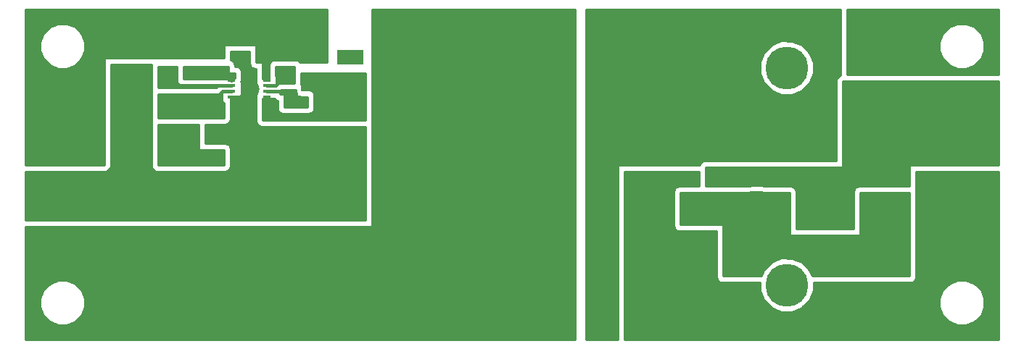
<source format=gbr>
G04 #@! TF.FileFunction,Copper,L1,Top,Signal*
%FSLAX46Y46*%
G04 Gerber Fmt 4.6, Leading zero omitted, Abs format (unit mm)*
G04 Created by KiCad (PCBNEW 4.0.4-stable) date 11/27/16 02:50:31*
%MOMM*%
%LPD*%
G01*
G04 APERTURE LIST*
%ADD10C,0.100000*%
%ADD11R,9.400000X10.800000*%
%ADD12R,4.600000X1.390000*%
%ADD13R,1.250000X1.500000*%
%ADD14R,2.230000X1.800000*%
%ADD15R,1.500000X1.250000*%
%ADD16R,3.600000X3.200000*%
%ADD17R,2.900680X5.400040*%
%ADD18R,3.048000X1.651000*%
%ADD19R,6.096000X6.096000*%
%ADD20R,1.300000X1.500000*%
%ADD21R,2.500000X2.000000*%
%ADD22R,0.890000X0.420000*%
%ADD23R,0.840000X0.940000*%
%ADD24O,2.499360X1.744980*%
%ADD25O,2.499360X1.747520*%
%ADD26C,5.000000*%
%ADD27C,2.500000*%
%ADD28R,2.500000X2.500000*%
%ADD29R,2.430000X2.370000*%
%ADD30C,1.000000*%
%ADD31C,0.400000*%
%ADD32C,0.250000*%
%ADD33C,1.000000*%
%ADD34C,0.500000*%
%ADD35C,0.254000*%
G04 APERTURE END LIST*
D10*
D11*
X141503400Y-95986600D03*
D12*
X132353400Y-98526600D03*
X132353400Y-93446600D03*
D13*
X173750000Y-93000000D03*
X173750000Y-95500000D03*
D14*
X173750000Y-102710000D03*
X173750000Y-99790000D03*
D13*
X196037200Y-85044600D03*
X196037200Y-82544600D03*
D15*
X123424000Y-81280000D03*
X120924000Y-81280000D03*
D13*
X117602000Y-83038000D03*
X117602000Y-80538000D03*
X125984000Y-83038000D03*
X125984000Y-80538000D03*
X112522000Y-90150000D03*
X112522000Y-87650000D03*
D16*
X196098600Y-91465400D03*
X187898600Y-91465400D03*
X196098600Y-99009200D03*
X187898600Y-99009200D03*
D17*
X154208480Y-85953600D03*
X164109400Y-85953600D03*
D18*
X133604000Y-81280000D03*
D19*
X139954000Y-83566000D03*
D18*
X133604000Y-85852000D03*
D20*
X177000000Y-95400000D03*
X177000000Y-98100000D03*
X196011800Y-105914200D03*
X196011800Y-108614200D03*
X112522000Y-80438000D03*
X112522000Y-83138000D03*
D21*
X129159000Y-80296000D03*
X129159000Y-84296000D03*
D20*
X115062000Y-80438000D03*
X115062000Y-83138000D03*
X115062000Y-90250000D03*
X115062000Y-87550000D03*
X117602000Y-87550000D03*
X117602000Y-90250000D03*
D22*
X119688000Y-83988000D03*
X119688000Y-84638000D03*
X119688000Y-85288000D03*
X119688000Y-85938000D03*
X123898000Y-85938000D03*
X123898000Y-85288000D03*
X123898000Y-84638000D03*
X123898000Y-83988000D03*
D23*
X122213000Y-85433000D03*
X122213000Y-84493000D03*
X121373000Y-85433000D03*
X121373000Y-84493000D03*
D24*
X181051200Y-97764600D03*
D25*
X181051200Y-95224600D03*
X181051200Y-92684600D03*
D26*
X184543700Y-107924600D03*
X184543700Y-82524600D03*
D27*
X100457000Y-91770200D03*
D28*
X100457000Y-96770200D03*
D27*
X163004500Y-107797600D03*
D28*
X168004500Y-107797600D03*
X204368400Y-96774000D03*
D27*
X204368400Y-91774000D03*
D29*
X108000000Y-85120000D03*
X108000000Y-78880000D03*
X169000000Y-97120000D03*
X169000000Y-90880000D03*
D30*
X163000000Y-100000000D03*
X163000000Y-102000000D03*
X163000000Y-104000000D03*
X115000000Y-93000000D03*
X113500000Y-93000000D03*
X112000000Y-93000000D03*
X199000000Y-80000000D03*
X199000000Y-78000000D03*
X201000000Y-78000000D03*
X201000000Y-80000000D03*
X172000000Y-110000000D03*
X174000000Y-110000000D03*
X174000000Y-108000000D03*
X172000000Y-108000000D03*
X128000000Y-96000000D03*
X126000000Y-96000000D03*
X126000000Y-94000000D03*
X128000000Y-94000000D03*
X107000000Y-96000000D03*
X109000000Y-96000000D03*
X109000000Y-98000000D03*
X107000000Y-98000000D03*
X149000000Y-78000000D03*
X149000000Y-80000000D03*
X149000000Y-82000000D03*
X149000000Y-84000000D03*
X149000000Y-86000000D03*
X149000000Y-88000000D03*
X149000000Y-90000000D03*
X149000000Y-92000000D03*
X149000000Y-94000000D03*
X149000000Y-96000000D03*
X149000000Y-98000000D03*
X149000000Y-100000000D03*
X149000000Y-102000000D03*
X149000000Y-104000000D03*
X147000000Y-104000000D03*
X145000000Y-104000000D03*
X143000000Y-104000000D03*
X141000000Y-104000000D03*
X139000000Y-104000000D03*
X137000000Y-104000000D03*
X137000000Y-102000000D03*
X139000000Y-102000000D03*
X141000000Y-102000000D03*
X143000000Y-102000000D03*
X145000000Y-102000000D03*
X147000000Y-88000000D03*
X147000000Y-86000000D03*
X147000000Y-84000000D03*
X147000000Y-82000000D03*
X147000000Y-80000000D03*
X147000000Y-78000000D03*
X137000000Y-78000000D03*
X139000000Y-78000000D03*
X141000000Y-78000000D03*
X143000000Y-78000000D03*
X145000000Y-78000000D03*
X145000000Y-80000000D03*
X145000000Y-82000000D03*
X145000000Y-84000000D03*
X145000000Y-86000000D03*
X145000000Y-88000000D03*
X143000000Y-88000000D03*
X141000000Y-88000000D03*
X139000000Y-88000000D03*
X137000000Y-88000000D03*
X147000000Y-102000000D03*
X147000000Y-100000000D03*
X147000000Y-98000000D03*
X147000000Y-96000000D03*
X147000000Y-94000000D03*
X147000000Y-92000000D03*
X147000000Y-90000000D03*
X145000000Y-90000000D03*
X143000000Y-90000000D03*
X140991000Y-90000000D03*
X139000000Y-90000000D03*
X137000000Y-90000000D03*
X128000000Y-86500000D03*
X126500000Y-86500000D03*
X132969000Y-81280000D03*
X134366000Y-81280000D03*
D31*
X115062000Y-90250000D02*
X112622000Y-90250000D01*
D32*
X163000000Y-104000000D02*
X163000000Y-102000000D01*
D33*
X112412000Y-93000000D02*
X112000000Y-93000000D01*
X115062000Y-90350000D02*
X112412000Y-93000000D01*
X115062000Y-90250000D02*
X115062000Y-90350000D01*
D31*
X112622000Y-90250000D02*
X112522000Y-90150000D01*
D32*
X122000000Y-85220000D02*
X122000000Y-85000000D01*
X122213000Y-85433000D02*
X122000000Y-85220000D01*
X199000000Y-78000000D02*
X199000000Y-80000000D01*
X201000000Y-80000000D02*
X201000000Y-78000000D01*
X174000000Y-108000000D02*
X174000000Y-110000000D01*
X168004500Y-107797600D02*
X171797600Y-107797600D01*
X171797600Y-107797600D02*
X172000000Y-108000000D01*
X126000000Y-94000000D02*
X126000000Y-96000000D01*
X132334000Y-93853000D02*
X128147000Y-93853000D01*
X128147000Y-93853000D02*
X128000000Y-94000000D01*
X109000000Y-98000000D02*
X109000000Y-96000000D01*
X104979801Y-98020199D02*
X105000000Y-98000000D01*
X105000000Y-98000000D02*
X107000000Y-98000000D01*
X100457000Y-96770200D02*
X101706999Y-98020199D01*
X101706999Y-98020199D02*
X104979801Y-98020199D01*
D31*
X121373000Y-85433000D02*
X121373000Y-85764000D01*
X121373000Y-85764000D02*
X121199000Y-85938000D01*
X121199000Y-85938000D02*
X119688000Y-85938000D01*
D33*
X196204000Y-99234000D02*
X196124000Y-99314000D01*
X196806000Y-92376000D02*
X196124000Y-91694000D01*
X203608000Y-92376000D02*
X203708000Y-92476000D01*
D32*
X123898000Y-83988000D02*
X123898000Y-81754000D01*
X123898000Y-81754000D02*
X123424000Y-81280000D01*
D31*
X129159000Y-80296000D02*
X126226000Y-80296000D01*
X126226000Y-80296000D02*
X125984000Y-80538000D01*
X117502000Y-80438000D02*
X117602000Y-80538000D01*
X112412000Y-80328000D02*
X112522000Y-80438000D01*
D33*
X115062000Y-83138000D02*
X117502000Y-83138000D01*
D31*
X119688000Y-83988000D02*
X119688000Y-83493000D01*
X119253000Y-83058000D02*
X117622000Y-83058000D01*
X119688000Y-83493000D02*
X119253000Y-83058000D01*
D33*
X117502000Y-83138000D02*
X117602000Y-83038000D01*
D31*
X117622000Y-83058000D02*
X117602000Y-83038000D01*
X123898000Y-84638000D02*
X124862000Y-84638000D01*
X124862000Y-84638000D02*
X126000000Y-83500000D01*
X126000000Y-83500000D02*
X125984000Y-83484000D01*
X125984000Y-83484000D02*
X125984000Y-83038000D01*
X119688000Y-85288000D02*
X118712000Y-85288000D01*
X117602000Y-86398000D02*
X117602000Y-87550000D01*
X118712000Y-85288000D02*
X117602000Y-86398000D01*
X117602000Y-87550000D02*
X115062000Y-87550000D01*
X115062000Y-87550000D02*
X112622000Y-87550000D01*
X112622000Y-87550000D02*
X112522000Y-87650000D01*
D34*
X141000000Y-88000000D02*
X141000000Y-84612000D01*
X141000000Y-84612000D02*
X139954000Y-83566000D01*
X149000000Y-80000000D02*
X149000000Y-78000000D01*
X149000000Y-84000000D02*
X149000000Y-82000000D01*
X149000000Y-88000000D02*
X149000000Y-86000000D01*
X149000000Y-92000000D02*
X149000000Y-90000000D01*
X149000000Y-96000000D02*
X149000000Y-94000000D01*
X149000000Y-98000000D02*
X149000000Y-96000000D01*
X149000000Y-102000000D02*
X149000000Y-100000000D01*
X145000000Y-104000000D02*
X147000000Y-104000000D01*
X141000000Y-104000000D02*
X143000000Y-104000000D01*
X137000000Y-104000000D02*
X139000000Y-104000000D01*
X139000000Y-102000000D02*
X137000000Y-102000000D01*
X143000000Y-102000000D02*
X141000000Y-102000000D01*
X147000000Y-102000000D02*
X145000000Y-102000000D01*
X147000000Y-88000000D02*
X145000000Y-88000000D01*
X147000000Y-84000000D02*
X147000000Y-86000000D01*
X147000000Y-80000000D02*
X147000000Y-82000000D01*
X141000000Y-78000000D02*
X139000000Y-78000000D01*
X145000000Y-78000000D02*
X143000000Y-78000000D01*
X145000000Y-82000000D02*
X145000000Y-80000000D01*
X145000000Y-86000000D02*
X145000000Y-84000000D01*
X143000000Y-88000000D02*
X145000000Y-88000000D01*
X139000000Y-88000000D02*
X141000000Y-88000000D01*
X137000000Y-90000000D02*
X137000000Y-88000000D01*
X147000000Y-98000000D02*
X147000000Y-100000000D01*
X147000000Y-94000000D02*
X147000000Y-96000000D01*
X147000000Y-90000000D02*
X147000000Y-92000000D01*
X143000000Y-90000000D02*
X145000000Y-90000000D01*
X140991000Y-90000000D02*
X139000000Y-90000000D01*
X139000000Y-90000000D02*
X137000000Y-90000000D01*
X141484000Y-96393000D02*
X141484000Y-90493000D01*
X141484000Y-90493000D02*
X140991000Y-90000000D01*
X139999992Y-84000000D02*
X140000000Y-83999992D01*
X138000000Y-84000000D02*
X139999992Y-84000000D01*
X140000000Y-84000000D02*
X138000000Y-84000000D01*
X138000000Y-86000000D02*
X140000000Y-84000000D01*
X140000000Y-86000000D02*
X138000000Y-86000000D01*
X141999994Y-86000000D02*
X140000000Y-86000000D01*
X142000000Y-85999994D02*
X141999994Y-86000000D01*
X142000000Y-84000000D02*
X142000000Y-85999994D01*
X141292894Y-84000000D02*
X142000000Y-84000000D01*
X138000000Y-82000000D02*
X140000000Y-84000000D01*
X140000000Y-84000000D02*
X141292894Y-84000000D01*
X140000000Y-82000000D02*
X138000000Y-82000000D01*
X140000010Y-81999990D02*
X140000000Y-82000000D01*
X142000000Y-81999990D02*
X140000010Y-81999990D01*
D31*
X140499999Y-84499999D02*
X142000000Y-82999998D01*
D34*
X142000010Y-82000000D02*
X142000000Y-81999990D01*
D31*
X142000000Y-82707096D02*
X142000000Y-81999990D01*
X141230000Y-85230000D02*
X140499999Y-84499999D01*
X142000000Y-86000000D02*
X140499999Y-84499999D01*
X142000000Y-82999998D02*
X142000000Y-82707096D01*
D34*
X154000000Y-88000000D02*
X153799540Y-87799540D01*
X154000000Y-84000000D02*
X153799540Y-84200460D01*
X140000000Y-100000000D02*
X138000000Y-100000000D01*
X144000000Y-100000000D02*
X142000000Y-100000000D01*
X140000000Y-98000000D02*
X142000000Y-98000000D01*
X138000000Y-96000000D02*
X138000000Y-98000000D01*
X142000000Y-96000000D02*
X140000000Y-96000000D01*
X140000000Y-94000000D02*
X142000000Y-94000000D01*
X142000000Y-92000000D02*
X140000000Y-92000000D01*
D31*
X123898000Y-85288000D02*
X125538000Y-85288000D01*
X125538000Y-85288000D02*
X126500000Y-86250000D01*
X126500000Y-86250000D02*
X126500000Y-86500000D01*
X126500000Y-86500000D02*
X128000000Y-86500000D01*
X132842000Y-81280000D02*
X134366000Y-81280000D01*
D32*
X123898000Y-85938000D02*
X123898000Y-86398000D01*
X131775200Y-85852000D02*
X133604000Y-85852000D01*
X129438400Y-88188800D02*
X131775200Y-85852000D01*
X125688800Y-88188800D02*
X129438400Y-88188800D01*
X123898000Y-86398000D02*
X125688800Y-88188800D01*
D31*
X129159000Y-84296000D02*
X129750000Y-84887000D01*
X129159000Y-84677000D02*
X129032000Y-84550000D01*
X119688000Y-84638000D02*
X113388000Y-84638000D01*
X113388000Y-84638000D02*
X112522000Y-83772000D01*
X112522000Y-83772000D02*
X112522000Y-83138000D01*
D35*
G36*
X174365000Y-96365000D02*
X172000000Y-96365000D01*
X171769205Y-96408427D01*
X171557233Y-96544827D01*
X171415029Y-96752949D01*
X171365000Y-97000000D01*
X171365000Y-101000000D01*
X171408427Y-101230795D01*
X171544827Y-101442767D01*
X171752949Y-101584971D01*
X172000000Y-101635000D01*
X176365000Y-101635000D01*
X176365000Y-107000000D01*
X176408427Y-107230795D01*
X176544827Y-107442767D01*
X176752949Y-107584971D01*
X177000000Y-107635000D01*
X181408952Y-107635000D01*
X181408157Y-108545454D01*
X181884427Y-109698115D01*
X182765547Y-110580774D01*
X183917374Y-111059054D01*
X185164554Y-111060143D01*
X186317215Y-110583873D01*
X186380949Y-110520250D01*
X202372545Y-110520250D01*
X202771639Y-111486132D01*
X203509981Y-112225764D01*
X204475165Y-112626543D01*
X205520250Y-112627455D01*
X206486132Y-112228361D01*
X207225764Y-111490019D01*
X207626543Y-110524835D01*
X207627455Y-109479750D01*
X207228361Y-108513868D01*
X206490019Y-107774236D01*
X205524835Y-107373457D01*
X204479750Y-107372545D01*
X203513868Y-107771639D01*
X202774236Y-108509981D01*
X202373457Y-109475165D01*
X202372545Y-110520250D01*
X186380949Y-110520250D01*
X187199874Y-109702753D01*
X187678154Y-108550926D01*
X187678954Y-107635000D01*
X199000000Y-107635000D01*
X199230795Y-107591573D01*
X199442767Y-107455173D01*
X199584971Y-107247051D01*
X199635000Y-107000000D01*
X199635000Y-94635000D01*
X209315000Y-94635000D01*
X209315000Y-114315000D01*
X165635000Y-114315000D01*
X165635000Y-94635000D01*
X174365000Y-94635000D01*
X174365000Y-96365000D01*
X174365000Y-96365000D01*
G37*
X174365000Y-96365000D02*
X172000000Y-96365000D01*
X171769205Y-96408427D01*
X171557233Y-96544827D01*
X171415029Y-96752949D01*
X171365000Y-97000000D01*
X171365000Y-101000000D01*
X171408427Y-101230795D01*
X171544827Y-101442767D01*
X171752949Y-101584971D01*
X172000000Y-101635000D01*
X176365000Y-101635000D01*
X176365000Y-107000000D01*
X176408427Y-107230795D01*
X176544827Y-107442767D01*
X176752949Y-107584971D01*
X177000000Y-107635000D01*
X181408952Y-107635000D01*
X181408157Y-108545454D01*
X181884427Y-109698115D01*
X182765547Y-110580774D01*
X183917374Y-111059054D01*
X185164554Y-111060143D01*
X186317215Y-110583873D01*
X186380949Y-110520250D01*
X202372545Y-110520250D01*
X202771639Y-111486132D01*
X203509981Y-112225764D01*
X204475165Y-112626543D01*
X205520250Y-112627455D01*
X206486132Y-112228361D01*
X207225764Y-111490019D01*
X207626543Y-110524835D01*
X207627455Y-109479750D01*
X207228361Y-108513868D01*
X206490019Y-107774236D01*
X205524835Y-107373457D01*
X204479750Y-107372545D01*
X203513868Y-107771639D01*
X202774236Y-108509981D01*
X202373457Y-109475165D01*
X202372545Y-110520250D01*
X186380949Y-110520250D01*
X187199874Y-109702753D01*
X187678154Y-108550926D01*
X187678954Y-107635000D01*
X199000000Y-107635000D01*
X199230795Y-107591573D01*
X199442767Y-107455173D01*
X199584971Y-107247051D01*
X199635000Y-107000000D01*
X199635000Y-94635000D01*
X209315000Y-94635000D01*
X209315000Y-114315000D01*
X165635000Y-114315000D01*
X165635000Y-94635000D01*
X174365000Y-94635000D01*
X174365000Y-96365000D01*
G36*
X121865000Y-82000000D02*
X121908427Y-82230795D01*
X122044827Y-82442767D01*
X122252949Y-82584971D01*
X122500000Y-82635000D01*
X122615000Y-82635000D01*
X122615000Y-84250000D01*
X122658427Y-84480795D01*
X122794827Y-84692767D01*
X122805560Y-84700101D01*
X122805560Y-84848000D01*
X122827993Y-84967222D01*
X122805560Y-85078000D01*
X122805560Y-85297276D01*
X122665029Y-85502949D01*
X122615000Y-85750000D01*
X122615000Y-88750000D01*
X122658427Y-88980795D01*
X122794827Y-89192767D01*
X123002949Y-89334971D01*
X123250000Y-89385000D01*
X135365000Y-89385000D01*
X135365000Y-100365000D01*
X95685000Y-100365000D01*
X95685000Y-94635000D01*
X105000000Y-94635000D01*
X105230795Y-94591573D01*
X105442767Y-94455173D01*
X105584971Y-94247051D01*
X105635000Y-94000000D01*
X105635000Y-82135000D01*
X110388288Y-82135000D01*
X110365000Y-82250000D01*
X110365000Y-88500000D01*
X110408427Y-88730795D01*
X110418971Y-88747180D01*
X110415029Y-88752949D01*
X110365000Y-89000000D01*
X110365000Y-94000000D01*
X110408427Y-94230795D01*
X110544827Y-94442767D01*
X110752949Y-94584971D01*
X111000000Y-94635000D01*
X119000000Y-94635000D01*
X119230795Y-94591573D01*
X119442767Y-94455173D01*
X119584971Y-94247051D01*
X119635000Y-94000000D01*
X119635000Y-92000000D01*
X119591573Y-91769205D01*
X119455173Y-91557233D01*
X119247051Y-91415029D01*
X119000000Y-91365000D01*
X116635000Y-91365000D01*
X116635000Y-89135000D01*
X119000000Y-89135000D01*
X119230795Y-89091573D01*
X119442767Y-88955173D01*
X119584971Y-88747051D01*
X119635000Y-88500000D01*
X119635000Y-86145440D01*
X120133000Y-86145440D01*
X120188484Y-86135000D01*
X120250000Y-86135000D01*
X120480795Y-86091573D01*
X120692767Y-85955173D01*
X120834971Y-85747051D01*
X120885000Y-85500000D01*
X120885000Y-84250000D01*
X120860616Y-84120411D01*
X120885000Y-84000000D01*
X120885000Y-83000000D01*
X120841573Y-82769205D01*
X120705173Y-82557233D01*
X120497051Y-82415029D01*
X120250000Y-82365000D01*
X120135000Y-82365000D01*
X120135000Y-82250000D01*
X120091573Y-82019205D01*
X119955173Y-81807233D01*
X119747051Y-81665029D01*
X119607311Y-81636731D01*
X119635000Y-81500000D01*
X119635000Y-80635000D01*
X121865000Y-80635000D01*
X121865000Y-82000000D01*
X121865000Y-82000000D01*
G37*
X121865000Y-82000000D02*
X121908427Y-82230795D01*
X122044827Y-82442767D01*
X122252949Y-82584971D01*
X122500000Y-82635000D01*
X122615000Y-82635000D01*
X122615000Y-84250000D01*
X122658427Y-84480795D01*
X122794827Y-84692767D01*
X122805560Y-84700101D01*
X122805560Y-84848000D01*
X122827993Y-84967222D01*
X122805560Y-85078000D01*
X122805560Y-85297276D01*
X122665029Y-85502949D01*
X122615000Y-85750000D01*
X122615000Y-88750000D01*
X122658427Y-88980795D01*
X122794827Y-89192767D01*
X123002949Y-89334971D01*
X123250000Y-89385000D01*
X135365000Y-89385000D01*
X135365000Y-100365000D01*
X95685000Y-100365000D01*
X95685000Y-94635000D01*
X105000000Y-94635000D01*
X105230795Y-94591573D01*
X105442767Y-94455173D01*
X105584971Y-94247051D01*
X105635000Y-94000000D01*
X105635000Y-82135000D01*
X110388288Y-82135000D01*
X110365000Y-82250000D01*
X110365000Y-88500000D01*
X110408427Y-88730795D01*
X110418971Y-88747180D01*
X110415029Y-88752949D01*
X110365000Y-89000000D01*
X110365000Y-94000000D01*
X110408427Y-94230795D01*
X110544827Y-94442767D01*
X110752949Y-94584971D01*
X111000000Y-94635000D01*
X119000000Y-94635000D01*
X119230795Y-94591573D01*
X119442767Y-94455173D01*
X119584971Y-94247051D01*
X119635000Y-94000000D01*
X119635000Y-92000000D01*
X119591573Y-91769205D01*
X119455173Y-91557233D01*
X119247051Y-91415029D01*
X119000000Y-91365000D01*
X116635000Y-91365000D01*
X116635000Y-89135000D01*
X119000000Y-89135000D01*
X119230795Y-89091573D01*
X119442767Y-88955173D01*
X119584971Y-88747051D01*
X119635000Y-88500000D01*
X119635000Y-86145440D01*
X120133000Y-86145440D01*
X120188484Y-86135000D01*
X120250000Y-86135000D01*
X120480795Y-86091573D01*
X120692767Y-85955173D01*
X120834971Y-85747051D01*
X120885000Y-85500000D01*
X120885000Y-84250000D01*
X120860616Y-84120411D01*
X120885000Y-84000000D01*
X120885000Y-83000000D01*
X120841573Y-82769205D01*
X120705173Y-82557233D01*
X120497051Y-82415029D01*
X120250000Y-82365000D01*
X120135000Y-82365000D01*
X120135000Y-82250000D01*
X120091573Y-82019205D01*
X119955173Y-81807233D01*
X119747051Y-81665029D01*
X119607311Y-81636731D01*
X119635000Y-81500000D01*
X119635000Y-80635000D01*
X121865000Y-80635000D01*
X121865000Y-82000000D01*
G36*
X209315000Y-83365000D02*
X191635000Y-83365000D01*
X191635000Y-80520250D01*
X202372545Y-80520250D01*
X202771639Y-81486132D01*
X203509981Y-82225764D01*
X204475165Y-82626543D01*
X205520250Y-82627455D01*
X206486132Y-82228361D01*
X207225764Y-81490019D01*
X207626543Y-80524835D01*
X207627455Y-79479750D01*
X207228361Y-78513868D01*
X206490019Y-77774236D01*
X205524835Y-77373457D01*
X204479750Y-77372545D01*
X203513868Y-77771639D01*
X202774236Y-78509981D01*
X202373457Y-79475165D01*
X202372545Y-80520250D01*
X191635000Y-80520250D01*
X191635000Y-75685000D01*
X209315000Y-75685000D01*
X209315000Y-83365000D01*
X209315000Y-83365000D01*
G37*
X209315000Y-83365000D02*
X191635000Y-83365000D01*
X191635000Y-80520250D01*
X202372545Y-80520250D01*
X202771639Y-81486132D01*
X203509981Y-82225764D01*
X204475165Y-82626543D01*
X205520250Y-82627455D01*
X206486132Y-82228361D01*
X207225764Y-81490019D01*
X207626543Y-80524835D01*
X207627455Y-79479750D01*
X207228361Y-78513868D01*
X206490019Y-77774236D01*
X205524835Y-77373457D01*
X204479750Y-77372545D01*
X203513868Y-77771639D01*
X202774236Y-78509981D01*
X202373457Y-79475165D01*
X202372545Y-80520250D01*
X191635000Y-80520250D01*
X191635000Y-75685000D01*
X209315000Y-75685000D01*
X209315000Y-83365000D01*
G36*
X159873000Y-114315000D02*
X95685000Y-114315000D01*
X95685000Y-110520250D01*
X97372545Y-110520250D01*
X97771639Y-111486132D01*
X98509981Y-112225764D01*
X99475165Y-112626543D01*
X100520250Y-112627455D01*
X101486132Y-112228361D01*
X102225764Y-111490019D01*
X102626543Y-110524835D01*
X102627455Y-109479750D01*
X102228361Y-108513868D01*
X101490019Y-107774236D01*
X100524835Y-107373457D01*
X99479750Y-107372545D01*
X98513868Y-107771639D01*
X97774236Y-108509981D01*
X97373457Y-109475165D01*
X97372545Y-110520250D01*
X95685000Y-110520250D01*
X95685000Y-101127000D01*
X136000000Y-101127000D01*
X136049410Y-101116994D01*
X136091035Y-101088553D01*
X136118315Y-101046159D01*
X136127000Y-101000000D01*
X136127000Y-88789505D01*
X136135000Y-88750000D01*
X136135000Y-83000000D01*
X136127000Y-82957484D01*
X136127000Y-75685000D01*
X159873000Y-75685000D01*
X159873000Y-114315000D01*
X159873000Y-114315000D01*
G37*
X159873000Y-114315000D02*
X95685000Y-114315000D01*
X95685000Y-110520250D01*
X97372545Y-110520250D01*
X97771639Y-111486132D01*
X98509981Y-112225764D01*
X99475165Y-112626543D01*
X100520250Y-112627455D01*
X101486132Y-112228361D01*
X102225764Y-111490019D01*
X102626543Y-110524835D01*
X102627455Y-109479750D01*
X102228361Y-108513868D01*
X101490019Y-107774236D01*
X100524835Y-107373457D01*
X99479750Y-107372545D01*
X98513868Y-107771639D01*
X97774236Y-108509981D01*
X97373457Y-109475165D01*
X97372545Y-110520250D01*
X95685000Y-110520250D01*
X95685000Y-101127000D01*
X136000000Y-101127000D01*
X136049410Y-101116994D01*
X136091035Y-101088553D01*
X136118315Y-101046159D01*
X136127000Y-101000000D01*
X136127000Y-88789505D01*
X136135000Y-88750000D01*
X136135000Y-83000000D01*
X136127000Y-82957484D01*
X136127000Y-75685000D01*
X159873000Y-75685000D01*
X159873000Y-114315000D01*
G36*
X130873000Y-81873000D02*
X127747493Y-81873000D01*
X127705173Y-81807233D01*
X127497051Y-81665029D01*
X127250000Y-81615000D01*
X124750000Y-81615000D01*
X124519205Y-81658427D01*
X124307233Y-81794827D01*
X124165029Y-82002949D01*
X124115000Y-82250000D01*
X124115000Y-83780560D01*
X123453000Y-83780560D01*
X123377000Y-83794860D01*
X123377000Y-82000000D01*
X123366994Y-81950590D01*
X123338553Y-81908965D01*
X123296159Y-81881685D01*
X123250000Y-81873000D01*
X122627000Y-81873000D01*
X122627000Y-80000000D01*
X122616994Y-79950590D01*
X122588553Y-79908965D01*
X122546159Y-79881685D01*
X122500000Y-79873000D01*
X119000000Y-79873000D01*
X118950590Y-79883006D01*
X118908965Y-79911447D01*
X118881685Y-79953841D01*
X118873000Y-80000000D01*
X118873000Y-81373000D01*
X105000000Y-81373000D01*
X104950590Y-81383006D01*
X104908965Y-81411447D01*
X104881685Y-81453841D01*
X104873000Y-81500000D01*
X104873000Y-93873000D01*
X95685000Y-93873000D01*
X95685000Y-80520250D01*
X97372545Y-80520250D01*
X97771639Y-81486132D01*
X98509981Y-82225764D01*
X99475165Y-82626543D01*
X100520250Y-82627455D01*
X101486132Y-82228361D01*
X102225764Y-81490019D01*
X102626543Y-80524835D01*
X102627455Y-79479750D01*
X102228361Y-78513868D01*
X101490019Y-77774236D01*
X100524835Y-77373457D01*
X99479750Y-77372545D01*
X98513868Y-77771639D01*
X97774236Y-78509981D01*
X97373457Y-79475165D01*
X97372545Y-80520250D01*
X95685000Y-80520250D01*
X95685000Y-75685000D01*
X130873000Y-75685000D01*
X130873000Y-81873000D01*
X130873000Y-81873000D01*
G37*
X130873000Y-81873000D02*
X127747493Y-81873000D01*
X127705173Y-81807233D01*
X127497051Y-81665029D01*
X127250000Y-81615000D01*
X124750000Y-81615000D01*
X124519205Y-81658427D01*
X124307233Y-81794827D01*
X124165029Y-82002949D01*
X124115000Y-82250000D01*
X124115000Y-83780560D01*
X123453000Y-83780560D01*
X123377000Y-83794860D01*
X123377000Y-82000000D01*
X123366994Y-81950590D01*
X123338553Y-81908965D01*
X123296159Y-81881685D01*
X123250000Y-81873000D01*
X122627000Y-81873000D01*
X122627000Y-80000000D01*
X122616994Y-79950590D01*
X122588553Y-79908965D01*
X122546159Y-79881685D01*
X122500000Y-79873000D01*
X119000000Y-79873000D01*
X118950590Y-79883006D01*
X118908965Y-79911447D01*
X118881685Y-79953841D01*
X118873000Y-80000000D01*
X118873000Y-81373000D01*
X105000000Y-81373000D01*
X104950590Y-81383006D01*
X104908965Y-81411447D01*
X104881685Y-81453841D01*
X104873000Y-81500000D01*
X104873000Y-93873000D01*
X95685000Y-93873000D01*
X95685000Y-80520250D01*
X97372545Y-80520250D01*
X97771639Y-81486132D01*
X98509981Y-82225764D01*
X99475165Y-82626543D01*
X100520250Y-82627455D01*
X101486132Y-82228361D01*
X102225764Y-81490019D01*
X102626543Y-80524835D01*
X102627455Y-79479750D01*
X102228361Y-78513868D01*
X101490019Y-77774236D01*
X100524835Y-77373457D01*
X99479750Y-77372545D01*
X98513868Y-77771639D01*
X97774236Y-78509981D01*
X97373457Y-79475165D01*
X97372545Y-80520250D01*
X95685000Y-80520250D01*
X95685000Y-75685000D01*
X130873000Y-75685000D01*
X130873000Y-81873000D01*
G36*
X190873000Y-83388897D02*
X190769205Y-83408427D01*
X190557233Y-83544827D01*
X190415029Y-83752949D01*
X190365000Y-84000000D01*
X190365000Y-93365000D01*
X175000000Y-93365000D01*
X174769205Y-93408427D01*
X174557233Y-93544827D01*
X174415029Y-93752949D01*
X174390718Y-93873000D01*
X165000000Y-93873000D01*
X164950590Y-93883006D01*
X164908965Y-93911447D01*
X164881685Y-93953841D01*
X164873000Y-94000000D01*
X164873000Y-114315000D01*
X161127000Y-114315000D01*
X161127000Y-83145454D01*
X181408157Y-83145454D01*
X181884427Y-84298115D01*
X182765547Y-85180774D01*
X183917374Y-85659054D01*
X185164554Y-85660143D01*
X186317215Y-85183873D01*
X187199874Y-84302753D01*
X187678154Y-83150926D01*
X187679243Y-81903746D01*
X187202973Y-80751085D01*
X186321853Y-79868426D01*
X185170026Y-79390146D01*
X183922846Y-79389057D01*
X182770185Y-79865327D01*
X181887526Y-80746447D01*
X181409246Y-81898274D01*
X181408157Y-83145454D01*
X161127000Y-83145454D01*
X161127000Y-75685000D01*
X190873000Y-75685000D01*
X190873000Y-83388897D01*
X190873000Y-83388897D01*
G37*
X190873000Y-83388897D02*
X190769205Y-83408427D01*
X190557233Y-83544827D01*
X190415029Y-83752949D01*
X190365000Y-84000000D01*
X190365000Y-93365000D01*
X175000000Y-93365000D01*
X174769205Y-93408427D01*
X174557233Y-93544827D01*
X174415029Y-93752949D01*
X174390718Y-93873000D01*
X165000000Y-93873000D01*
X164950590Y-93883006D01*
X164908965Y-93911447D01*
X164881685Y-93953841D01*
X164873000Y-94000000D01*
X164873000Y-114315000D01*
X161127000Y-114315000D01*
X161127000Y-83145454D01*
X181408157Y-83145454D01*
X181884427Y-84298115D01*
X182765547Y-85180774D01*
X183917374Y-85659054D01*
X185164554Y-85660143D01*
X186317215Y-85183873D01*
X187199874Y-84302753D01*
X187678154Y-83150926D01*
X187679243Y-81903746D01*
X187202973Y-80751085D01*
X186321853Y-79868426D01*
X185170026Y-79390146D01*
X183922846Y-79389057D01*
X182770185Y-79865327D01*
X181887526Y-80746447D01*
X181409246Y-81898274D01*
X181408157Y-83145454D01*
X161127000Y-83145454D01*
X161127000Y-75685000D01*
X190873000Y-75685000D01*
X190873000Y-83388897D01*
G36*
X209315000Y-93873000D02*
X199000000Y-93873000D01*
X198950590Y-93883006D01*
X198908965Y-93911447D01*
X198881685Y-93953841D01*
X198873000Y-94000000D01*
X198873000Y-96365000D01*
X193000000Y-96365000D01*
X192769205Y-96408427D01*
X192557233Y-96544827D01*
X192415029Y-96752949D01*
X192365000Y-97000000D01*
X192365000Y-101365000D01*
X185635000Y-101365000D01*
X185635000Y-97000000D01*
X185591573Y-96769205D01*
X185455173Y-96557233D01*
X185247051Y-96415029D01*
X185000000Y-96365000D01*
X182007711Y-96365000D01*
X181465313Y-96257110D01*
X180637087Y-96257110D01*
X180094689Y-96365000D01*
X175127000Y-96365000D01*
X175127000Y-94127000D01*
X180304744Y-94127000D01*
X180638357Y-94193360D01*
X181464043Y-94193360D01*
X181797656Y-94127000D01*
X191000000Y-94127000D01*
X191049410Y-94116994D01*
X191091035Y-94088553D01*
X191118315Y-94046159D01*
X191127000Y-94000000D01*
X191127000Y-84127000D01*
X209315000Y-84127000D01*
X209315000Y-93873000D01*
X209315000Y-93873000D01*
G37*
X209315000Y-93873000D02*
X199000000Y-93873000D01*
X198950590Y-93883006D01*
X198908965Y-93911447D01*
X198881685Y-93953841D01*
X198873000Y-94000000D01*
X198873000Y-96365000D01*
X193000000Y-96365000D01*
X192769205Y-96408427D01*
X192557233Y-96544827D01*
X192415029Y-96752949D01*
X192365000Y-97000000D01*
X192365000Y-101365000D01*
X185635000Y-101365000D01*
X185635000Y-97000000D01*
X185591573Y-96769205D01*
X185455173Y-96557233D01*
X185247051Y-96415029D01*
X185000000Y-96365000D01*
X182007711Y-96365000D01*
X181465313Y-96257110D01*
X180637087Y-96257110D01*
X180094689Y-96365000D01*
X175127000Y-96365000D01*
X175127000Y-94127000D01*
X180304744Y-94127000D01*
X180638357Y-94193360D01*
X181464043Y-94193360D01*
X181797656Y-94127000D01*
X191000000Y-94127000D01*
X191049410Y-94116994D01*
X191091035Y-94088553D01*
X191118315Y-94046159D01*
X191127000Y-94000000D01*
X191127000Y-84127000D01*
X209315000Y-84127000D01*
X209315000Y-93873000D01*
G36*
X184873000Y-102000000D02*
X184883006Y-102049410D01*
X184911447Y-102091035D01*
X184953841Y-102118315D01*
X185000000Y-102127000D01*
X193000000Y-102127000D01*
X193049410Y-102116994D01*
X193091035Y-102088553D01*
X193118315Y-102046159D01*
X193127000Y-102000000D01*
X193127000Y-97127000D01*
X198873000Y-97127000D01*
X198873000Y-106873000D01*
X187501262Y-106873000D01*
X187202973Y-106151085D01*
X186321853Y-105268426D01*
X185170026Y-104790146D01*
X183922846Y-104789057D01*
X182770185Y-105265327D01*
X181887526Y-106146447D01*
X181585835Y-106873000D01*
X177127000Y-106873000D01*
X177127000Y-101000000D01*
X177116994Y-100950590D01*
X177088553Y-100908965D01*
X177046159Y-100881685D01*
X177000000Y-100873000D01*
X172127000Y-100873000D01*
X172127000Y-97127000D01*
X184873000Y-97127000D01*
X184873000Y-102000000D01*
X184873000Y-102000000D01*
G37*
X184873000Y-102000000D02*
X184883006Y-102049410D01*
X184911447Y-102091035D01*
X184953841Y-102118315D01*
X185000000Y-102127000D01*
X193000000Y-102127000D01*
X193049410Y-102116994D01*
X193091035Y-102088553D01*
X193118315Y-102046159D01*
X193127000Y-102000000D01*
X193127000Y-97127000D01*
X198873000Y-97127000D01*
X198873000Y-106873000D01*
X187501262Y-106873000D01*
X187202973Y-106151085D01*
X186321853Y-105268426D01*
X185170026Y-104790146D01*
X183922846Y-104789057D01*
X182770185Y-105265327D01*
X181887526Y-106146447D01*
X181585835Y-106873000D01*
X177127000Y-106873000D01*
X177127000Y-101000000D01*
X177116994Y-100950590D01*
X177088553Y-100908965D01*
X177046159Y-100881685D01*
X177000000Y-100873000D01*
X172127000Y-100873000D01*
X172127000Y-97127000D01*
X184873000Y-97127000D01*
X184873000Y-102000000D01*
G36*
X115873000Y-92000000D02*
X115883006Y-92049410D01*
X115911447Y-92091035D01*
X115953841Y-92118315D01*
X116000000Y-92127000D01*
X118873000Y-92127000D01*
X118873000Y-93873000D01*
X111127000Y-93873000D01*
X111127000Y-89127000D01*
X115873000Y-89127000D01*
X115873000Y-92000000D01*
X115873000Y-92000000D01*
G37*
X115873000Y-92000000D02*
X115883006Y-92049410D01*
X115911447Y-92091035D01*
X115953841Y-92118315D01*
X116000000Y-92127000D01*
X118873000Y-92127000D01*
X118873000Y-93873000D01*
X111127000Y-93873000D01*
X111127000Y-89127000D01*
X115873000Y-89127000D01*
X115873000Y-92000000D01*
G36*
X118613748Y-85638186D02*
X118595560Y-85728000D01*
X118595560Y-86148000D01*
X118639838Y-86383317D01*
X118778910Y-86599441D01*
X118873000Y-86663730D01*
X118873000Y-88373000D01*
X116039505Y-88373000D01*
X116000000Y-88365000D01*
X111127000Y-88365000D01*
X111127000Y-85635000D01*
X118612428Y-85635000D01*
X118613748Y-85638186D01*
X118613748Y-85638186D01*
G37*
X118613748Y-85638186D02*
X118595560Y-85728000D01*
X118595560Y-86148000D01*
X118639838Y-86383317D01*
X118778910Y-86599441D01*
X118873000Y-86663730D01*
X118873000Y-88373000D01*
X116039505Y-88373000D01*
X116000000Y-88365000D01*
X111127000Y-88365000D01*
X111127000Y-85635000D01*
X118612428Y-85635000D01*
X118613748Y-85638186D01*
G36*
X135373000Y-88623000D02*
X123377000Y-88623000D01*
X123377000Y-86130050D01*
X123453000Y-86145440D01*
X124343000Y-86145440D01*
X124462258Y-86123000D01*
X124749933Y-86123000D01*
X124794827Y-86192767D01*
X125002949Y-86334971D01*
X125115000Y-86357662D01*
X125115000Y-87250000D01*
X125158427Y-87480795D01*
X125294827Y-87692767D01*
X125502949Y-87834971D01*
X125750000Y-87885000D01*
X128750000Y-87885000D01*
X128980795Y-87841573D01*
X129192767Y-87705173D01*
X129334971Y-87497051D01*
X129385000Y-87250000D01*
X129385000Y-85750000D01*
X129341573Y-85519205D01*
X129205173Y-85307233D01*
X128997051Y-85165029D01*
X128750000Y-85115000D01*
X128135000Y-85115000D01*
X128135000Y-85000000D01*
X128091573Y-84769205D01*
X127955173Y-84557233D01*
X127883348Y-84508157D01*
X127885000Y-84500000D01*
X127885000Y-83127000D01*
X135373000Y-83127000D01*
X135373000Y-88623000D01*
X135373000Y-88623000D01*
G37*
X135373000Y-88623000D02*
X123377000Y-88623000D01*
X123377000Y-86130050D01*
X123453000Y-86145440D01*
X124343000Y-86145440D01*
X124462258Y-86123000D01*
X124749933Y-86123000D01*
X124794827Y-86192767D01*
X125002949Y-86334971D01*
X125115000Y-86357662D01*
X125115000Y-87250000D01*
X125158427Y-87480795D01*
X125294827Y-87692767D01*
X125502949Y-87834971D01*
X125750000Y-87885000D01*
X128750000Y-87885000D01*
X128980795Y-87841573D01*
X129192767Y-87705173D01*
X129334971Y-87497051D01*
X129385000Y-87250000D01*
X129385000Y-85750000D01*
X129341573Y-85519205D01*
X129205173Y-85307233D01*
X128997051Y-85165029D01*
X128750000Y-85115000D01*
X128135000Y-85115000D01*
X128135000Y-85000000D01*
X128091573Y-84769205D01*
X127955173Y-84557233D01*
X127883348Y-84508157D01*
X127885000Y-84500000D01*
X127885000Y-83127000D01*
X135373000Y-83127000D01*
X135373000Y-88623000D01*
G36*
X119373000Y-83000000D02*
X119383006Y-83049410D01*
X119411447Y-83091035D01*
X119453841Y-83118315D01*
X119500000Y-83127000D01*
X120123000Y-83127000D01*
X120123000Y-83780560D01*
X119243000Y-83780560D01*
X119123742Y-83803000D01*
X114127000Y-83803000D01*
X114127000Y-82377000D01*
X119373000Y-82377000D01*
X119373000Y-83000000D01*
X119373000Y-83000000D01*
G37*
X119373000Y-83000000D02*
X119383006Y-83049410D01*
X119411447Y-83091035D01*
X119453841Y-83118315D01*
X119500000Y-83127000D01*
X120123000Y-83127000D01*
X120123000Y-83780560D01*
X119243000Y-83780560D01*
X119123742Y-83803000D01*
X114127000Y-83803000D01*
X114127000Y-82377000D01*
X119373000Y-82377000D01*
X119373000Y-83000000D01*
G36*
X113365000Y-84000000D02*
X113408427Y-84230795D01*
X113544827Y-84442767D01*
X113752949Y-84584971D01*
X114000000Y-84635000D01*
X118215203Y-84635000D01*
X118121566Y-84697566D01*
X117946132Y-84873000D01*
X111127000Y-84873000D01*
X111127000Y-82377000D01*
X113365000Y-82377000D01*
X113365000Y-84000000D01*
X113365000Y-84000000D01*
G37*
X113365000Y-84000000D02*
X113408427Y-84230795D01*
X113544827Y-84442767D01*
X113752949Y-84584971D01*
X114000000Y-84635000D01*
X118215203Y-84635000D01*
X118121566Y-84697566D01*
X117946132Y-84873000D01*
X111127000Y-84873000D01*
X111127000Y-82377000D01*
X113365000Y-82377000D01*
X113365000Y-84000000D01*
G36*
X127261560Y-85296000D02*
X127305838Y-85531317D01*
X127373000Y-85635690D01*
X127373000Y-85750000D01*
X127383006Y-85799410D01*
X127411447Y-85841035D01*
X127453841Y-85868315D01*
X127500000Y-85877000D01*
X127634526Y-85877000D01*
X127657110Y-85892431D01*
X127909000Y-85943440D01*
X128623000Y-85943440D01*
X128623000Y-87123000D01*
X125877000Y-87123000D01*
X125877000Y-85750000D01*
X125866994Y-85700590D01*
X125838553Y-85658965D01*
X125796159Y-85631685D01*
X125750000Y-85623000D01*
X125377000Y-85623000D01*
X125377000Y-85278837D01*
X125452434Y-85228434D01*
X125545868Y-85135000D01*
X127250000Y-85135000D01*
X127261560Y-85132825D01*
X127261560Y-85296000D01*
X127261560Y-85296000D01*
G37*
X127261560Y-85296000D02*
X127305838Y-85531317D01*
X127373000Y-85635690D01*
X127373000Y-85750000D01*
X127383006Y-85799410D01*
X127411447Y-85841035D01*
X127453841Y-85868315D01*
X127500000Y-85877000D01*
X127634526Y-85877000D01*
X127657110Y-85892431D01*
X127909000Y-85943440D01*
X128623000Y-85943440D01*
X128623000Y-87123000D01*
X125877000Y-87123000D01*
X125877000Y-85750000D01*
X125866994Y-85700590D01*
X125838553Y-85658965D01*
X125796159Y-85631685D01*
X125750000Y-85623000D01*
X125377000Y-85623000D01*
X125377000Y-85278837D01*
X125452434Y-85228434D01*
X125545868Y-85135000D01*
X127250000Y-85135000D01*
X127261560Y-85132825D01*
X127261560Y-85296000D01*
G36*
X127123000Y-84373000D02*
X124955002Y-84373000D01*
X124990440Y-84198000D01*
X124990440Y-83778000D01*
X124946162Y-83542683D01*
X124877000Y-83435202D01*
X124877000Y-82377000D01*
X127123000Y-82377000D01*
X127123000Y-84373000D01*
X127123000Y-84373000D01*
G37*
X127123000Y-84373000D02*
X124955002Y-84373000D01*
X124990440Y-84198000D01*
X124990440Y-83778000D01*
X124946162Y-83542683D01*
X124877000Y-83435202D01*
X124877000Y-82377000D01*
X127123000Y-82377000D01*
X127123000Y-84373000D01*
M02*

</source>
